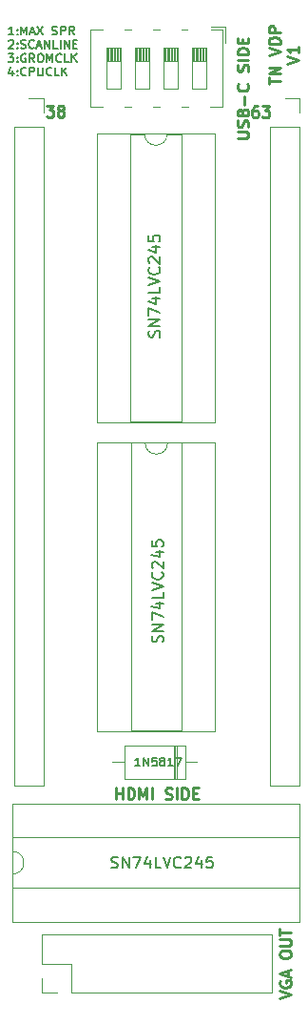
<source format=gbr>
%TF.GenerationSoftware,KiCad,Pcbnew,7.0.1*%
%TF.CreationDate,2023-05-30T14:25:23-07:00*%
%TF.ProjectId,tn_vdp_v1_slim,746e5f76-6470-45f7-9631-5f736c696d2e,rev?*%
%TF.SameCoordinates,Original*%
%TF.FileFunction,Legend,Top*%
%TF.FilePolarity,Positive*%
%FSLAX46Y46*%
G04 Gerber Fmt 4.6, Leading zero omitted, Abs format (unit mm)*
G04 Created by KiCad (PCBNEW 7.0.1) date 2023-05-30 14:25:23*
%MOMM*%
%LPD*%
G01*
G04 APERTURE LIST*
%ADD10C,0.250000*%
%ADD11C,0.187500*%
%ADD12C,0.150000*%
%ADD13C,0.120000*%
G04 APERTURE END LIST*
D10*
X171257619Y-47619047D02*
X171257619Y-47047619D01*
X172257619Y-47333333D02*
X171257619Y-47333333D01*
X172257619Y-46714285D02*
X171257619Y-46714285D01*
X171257619Y-46714285D02*
X172257619Y-46142857D01*
X172257619Y-46142857D02*
X171257619Y-46142857D01*
X171257619Y-45047618D02*
X172257619Y-44714285D01*
X172257619Y-44714285D02*
X171257619Y-44380952D01*
X172257619Y-44047618D02*
X171257619Y-44047618D01*
X171257619Y-44047618D02*
X171257619Y-43809523D01*
X171257619Y-43809523D02*
X171305238Y-43666666D01*
X171305238Y-43666666D02*
X171400476Y-43571428D01*
X171400476Y-43571428D02*
X171495714Y-43523809D01*
X171495714Y-43523809D02*
X171686190Y-43476190D01*
X171686190Y-43476190D02*
X171829047Y-43476190D01*
X171829047Y-43476190D02*
X172019523Y-43523809D01*
X172019523Y-43523809D02*
X172114761Y-43571428D01*
X172114761Y-43571428D02*
X172210000Y-43666666D01*
X172210000Y-43666666D02*
X172257619Y-43809523D01*
X172257619Y-43809523D02*
X172257619Y-44047618D01*
X172257619Y-43047618D02*
X171257619Y-43047618D01*
X171257619Y-43047618D02*
X171257619Y-42666666D01*
X171257619Y-42666666D02*
X171305238Y-42571428D01*
X171305238Y-42571428D02*
X171352857Y-42523809D01*
X171352857Y-42523809D02*
X171448095Y-42476190D01*
X171448095Y-42476190D02*
X171590952Y-42476190D01*
X171590952Y-42476190D02*
X171686190Y-42523809D01*
X171686190Y-42523809D02*
X171733809Y-42571428D01*
X171733809Y-42571428D02*
X171781428Y-42666666D01*
X171781428Y-42666666D02*
X171781428Y-43047618D01*
X172877619Y-45809523D02*
X173877619Y-45476190D01*
X173877619Y-45476190D02*
X172877619Y-45142857D01*
X173877619Y-44285714D02*
X173877619Y-44857142D01*
X173877619Y-44571428D02*
X172877619Y-44571428D01*
X172877619Y-44571428D02*
X173020476Y-44666666D01*
X173020476Y-44666666D02*
X173115714Y-44761904D01*
X173115714Y-44761904D02*
X173163333Y-44857142D01*
D11*
X148526428Y-43253214D02*
X148097857Y-43253214D01*
X148312142Y-43253214D02*
X148312142Y-42503214D01*
X148312142Y-42503214D02*
X148240714Y-42610357D01*
X148240714Y-42610357D02*
X148169285Y-42681785D01*
X148169285Y-42681785D02*
X148097857Y-42717500D01*
X148847857Y-43181785D02*
X148883571Y-43217500D01*
X148883571Y-43217500D02*
X148847857Y-43253214D01*
X148847857Y-43253214D02*
X148812143Y-43217500D01*
X148812143Y-43217500D02*
X148847857Y-43181785D01*
X148847857Y-43181785D02*
X148847857Y-43253214D01*
X148847857Y-42788928D02*
X148883571Y-42824642D01*
X148883571Y-42824642D02*
X148847857Y-42860357D01*
X148847857Y-42860357D02*
X148812143Y-42824642D01*
X148812143Y-42824642D02*
X148847857Y-42788928D01*
X148847857Y-42788928D02*
X148847857Y-42860357D01*
X149205000Y-43253214D02*
X149205000Y-42503214D01*
X149205000Y-42503214D02*
X149455000Y-43038928D01*
X149455000Y-43038928D02*
X149705000Y-42503214D01*
X149705000Y-42503214D02*
X149705000Y-43253214D01*
X150026429Y-43038928D02*
X150383572Y-43038928D01*
X149955000Y-43253214D02*
X150205000Y-42503214D01*
X150205000Y-42503214D02*
X150455000Y-43253214D01*
X150633571Y-42503214D02*
X151133571Y-43253214D01*
X151133571Y-42503214D02*
X150633571Y-43253214D01*
X151955001Y-43217500D02*
X152062144Y-43253214D01*
X152062144Y-43253214D02*
X152240715Y-43253214D01*
X152240715Y-43253214D02*
X152312144Y-43217500D01*
X152312144Y-43217500D02*
X152347858Y-43181785D01*
X152347858Y-43181785D02*
X152383572Y-43110357D01*
X152383572Y-43110357D02*
X152383572Y-43038928D01*
X152383572Y-43038928D02*
X152347858Y-42967500D01*
X152347858Y-42967500D02*
X152312144Y-42931785D01*
X152312144Y-42931785D02*
X152240715Y-42896071D01*
X152240715Y-42896071D02*
X152097858Y-42860357D01*
X152097858Y-42860357D02*
X152026429Y-42824642D01*
X152026429Y-42824642D02*
X151990715Y-42788928D01*
X151990715Y-42788928D02*
X151955001Y-42717500D01*
X151955001Y-42717500D02*
X151955001Y-42646071D01*
X151955001Y-42646071D02*
X151990715Y-42574642D01*
X151990715Y-42574642D02*
X152026429Y-42538928D01*
X152026429Y-42538928D02*
X152097858Y-42503214D01*
X152097858Y-42503214D02*
X152276429Y-42503214D01*
X152276429Y-42503214D02*
X152383572Y-42538928D01*
X152705001Y-43253214D02*
X152705001Y-42503214D01*
X152705001Y-42503214D02*
X152990715Y-42503214D01*
X152990715Y-42503214D02*
X153062144Y-42538928D01*
X153062144Y-42538928D02*
X153097858Y-42574642D01*
X153097858Y-42574642D02*
X153133572Y-42646071D01*
X153133572Y-42646071D02*
X153133572Y-42753214D01*
X153133572Y-42753214D02*
X153097858Y-42824642D01*
X153097858Y-42824642D02*
X153062144Y-42860357D01*
X153062144Y-42860357D02*
X152990715Y-42896071D01*
X152990715Y-42896071D02*
X152705001Y-42896071D01*
X153883572Y-43253214D02*
X153633572Y-42896071D01*
X153455001Y-43253214D02*
X153455001Y-42503214D01*
X153455001Y-42503214D02*
X153740715Y-42503214D01*
X153740715Y-42503214D02*
X153812144Y-42538928D01*
X153812144Y-42538928D02*
X153847858Y-42574642D01*
X153847858Y-42574642D02*
X153883572Y-42646071D01*
X153883572Y-42646071D02*
X153883572Y-42753214D01*
X153883572Y-42753214D02*
X153847858Y-42824642D01*
X153847858Y-42824642D02*
X153812144Y-42860357D01*
X153812144Y-42860357D02*
X153740715Y-42896071D01*
X153740715Y-42896071D02*
X153455001Y-42896071D01*
X148097857Y-43789642D02*
X148133571Y-43753928D01*
X148133571Y-43753928D02*
X148205000Y-43718214D01*
X148205000Y-43718214D02*
X148383571Y-43718214D01*
X148383571Y-43718214D02*
X148455000Y-43753928D01*
X148455000Y-43753928D02*
X148490714Y-43789642D01*
X148490714Y-43789642D02*
X148526428Y-43861071D01*
X148526428Y-43861071D02*
X148526428Y-43932500D01*
X148526428Y-43932500D02*
X148490714Y-44039642D01*
X148490714Y-44039642D02*
X148062142Y-44468214D01*
X148062142Y-44468214D02*
X148526428Y-44468214D01*
X148847857Y-44396785D02*
X148883571Y-44432500D01*
X148883571Y-44432500D02*
X148847857Y-44468214D01*
X148847857Y-44468214D02*
X148812143Y-44432500D01*
X148812143Y-44432500D02*
X148847857Y-44396785D01*
X148847857Y-44396785D02*
X148847857Y-44468214D01*
X148847857Y-44003928D02*
X148883571Y-44039642D01*
X148883571Y-44039642D02*
X148847857Y-44075357D01*
X148847857Y-44075357D02*
X148812143Y-44039642D01*
X148812143Y-44039642D02*
X148847857Y-44003928D01*
X148847857Y-44003928D02*
X148847857Y-44075357D01*
X149169286Y-44432500D02*
X149276429Y-44468214D01*
X149276429Y-44468214D02*
X149455000Y-44468214D01*
X149455000Y-44468214D02*
X149526429Y-44432500D01*
X149526429Y-44432500D02*
X149562143Y-44396785D01*
X149562143Y-44396785D02*
X149597857Y-44325357D01*
X149597857Y-44325357D02*
X149597857Y-44253928D01*
X149597857Y-44253928D02*
X149562143Y-44182500D01*
X149562143Y-44182500D02*
X149526429Y-44146785D01*
X149526429Y-44146785D02*
X149455000Y-44111071D01*
X149455000Y-44111071D02*
X149312143Y-44075357D01*
X149312143Y-44075357D02*
X149240714Y-44039642D01*
X149240714Y-44039642D02*
X149205000Y-44003928D01*
X149205000Y-44003928D02*
X149169286Y-43932500D01*
X149169286Y-43932500D02*
X149169286Y-43861071D01*
X149169286Y-43861071D02*
X149205000Y-43789642D01*
X149205000Y-43789642D02*
X149240714Y-43753928D01*
X149240714Y-43753928D02*
X149312143Y-43718214D01*
X149312143Y-43718214D02*
X149490714Y-43718214D01*
X149490714Y-43718214D02*
X149597857Y-43753928D01*
X150347857Y-44396785D02*
X150312143Y-44432500D01*
X150312143Y-44432500D02*
X150205000Y-44468214D01*
X150205000Y-44468214D02*
X150133572Y-44468214D01*
X150133572Y-44468214D02*
X150026429Y-44432500D01*
X150026429Y-44432500D02*
X149955000Y-44361071D01*
X149955000Y-44361071D02*
X149919286Y-44289642D01*
X149919286Y-44289642D02*
X149883572Y-44146785D01*
X149883572Y-44146785D02*
X149883572Y-44039642D01*
X149883572Y-44039642D02*
X149919286Y-43896785D01*
X149919286Y-43896785D02*
X149955000Y-43825357D01*
X149955000Y-43825357D02*
X150026429Y-43753928D01*
X150026429Y-43753928D02*
X150133572Y-43718214D01*
X150133572Y-43718214D02*
X150205000Y-43718214D01*
X150205000Y-43718214D02*
X150312143Y-43753928D01*
X150312143Y-43753928D02*
X150347857Y-43789642D01*
X150633572Y-44253928D02*
X150990715Y-44253928D01*
X150562143Y-44468214D02*
X150812143Y-43718214D01*
X150812143Y-43718214D02*
X151062143Y-44468214D01*
X151312143Y-44468214D02*
X151312143Y-43718214D01*
X151312143Y-43718214D02*
X151740714Y-44468214D01*
X151740714Y-44468214D02*
X151740714Y-43718214D01*
X152455000Y-44468214D02*
X152097857Y-44468214D01*
X152097857Y-44468214D02*
X152097857Y-43718214D01*
X152705000Y-44468214D02*
X152705000Y-43718214D01*
X153062143Y-44468214D02*
X153062143Y-43718214D01*
X153062143Y-43718214D02*
X153490714Y-44468214D01*
X153490714Y-44468214D02*
X153490714Y-43718214D01*
X153847857Y-44075357D02*
X154097857Y-44075357D01*
X154205000Y-44468214D02*
X153847857Y-44468214D01*
X153847857Y-44468214D02*
X153847857Y-43718214D01*
X153847857Y-43718214D02*
X154205000Y-43718214D01*
X148062142Y-44933214D02*
X148526428Y-44933214D01*
X148526428Y-44933214D02*
X148276428Y-45218928D01*
X148276428Y-45218928D02*
X148383571Y-45218928D01*
X148383571Y-45218928D02*
X148455000Y-45254642D01*
X148455000Y-45254642D02*
X148490714Y-45290357D01*
X148490714Y-45290357D02*
X148526428Y-45361785D01*
X148526428Y-45361785D02*
X148526428Y-45540357D01*
X148526428Y-45540357D02*
X148490714Y-45611785D01*
X148490714Y-45611785D02*
X148455000Y-45647500D01*
X148455000Y-45647500D02*
X148383571Y-45683214D01*
X148383571Y-45683214D02*
X148169285Y-45683214D01*
X148169285Y-45683214D02*
X148097857Y-45647500D01*
X148097857Y-45647500D02*
X148062142Y-45611785D01*
X148847857Y-45611785D02*
X148883571Y-45647500D01*
X148883571Y-45647500D02*
X148847857Y-45683214D01*
X148847857Y-45683214D02*
X148812143Y-45647500D01*
X148812143Y-45647500D02*
X148847857Y-45611785D01*
X148847857Y-45611785D02*
X148847857Y-45683214D01*
X148847857Y-45218928D02*
X148883571Y-45254642D01*
X148883571Y-45254642D02*
X148847857Y-45290357D01*
X148847857Y-45290357D02*
X148812143Y-45254642D01*
X148812143Y-45254642D02*
X148847857Y-45218928D01*
X148847857Y-45218928D02*
X148847857Y-45290357D01*
X149597857Y-44968928D02*
X149526429Y-44933214D01*
X149526429Y-44933214D02*
X149419286Y-44933214D01*
X149419286Y-44933214D02*
X149312143Y-44968928D01*
X149312143Y-44968928D02*
X149240714Y-45040357D01*
X149240714Y-45040357D02*
X149205000Y-45111785D01*
X149205000Y-45111785D02*
X149169286Y-45254642D01*
X149169286Y-45254642D02*
X149169286Y-45361785D01*
X149169286Y-45361785D02*
X149205000Y-45504642D01*
X149205000Y-45504642D02*
X149240714Y-45576071D01*
X149240714Y-45576071D02*
X149312143Y-45647500D01*
X149312143Y-45647500D02*
X149419286Y-45683214D01*
X149419286Y-45683214D02*
X149490714Y-45683214D01*
X149490714Y-45683214D02*
X149597857Y-45647500D01*
X149597857Y-45647500D02*
X149633571Y-45611785D01*
X149633571Y-45611785D02*
X149633571Y-45361785D01*
X149633571Y-45361785D02*
X149490714Y-45361785D01*
X150383571Y-45683214D02*
X150133571Y-45326071D01*
X149955000Y-45683214D02*
X149955000Y-44933214D01*
X149955000Y-44933214D02*
X150240714Y-44933214D01*
X150240714Y-44933214D02*
X150312143Y-44968928D01*
X150312143Y-44968928D02*
X150347857Y-45004642D01*
X150347857Y-45004642D02*
X150383571Y-45076071D01*
X150383571Y-45076071D02*
X150383571Y-45183214D01*
X150383571Y-45183214D02*
X150347857Y-45254642D01*
X150347857Y-45254642D02*
X150312143Y-45290357D01*
X150312143Y-45290357D02*
X150240714Y-45326071D01*
X150240714Y-45326071D02*
X149955000Y-45326071D01*
X150847857Y-44933214D02*
X150990714Y-44933214D01*
X150990714Y-44933214D02*
X151062143Y-44968928D01*
X151062143Y-44968928D02*
X151133571Y-45040357D01*
X151133571Y-45040357D02*
X151169286Y-45183214D01*
X151169286Y-45183214D02*
X151169286Y-45433214D01*
X151169286Y-45433214D02*
X151133571Y-45576071D01*
X151133571Y-45576071D02*
X151062143Y-45647500D01*
X151062143Y-45647500D02*
X150990714Y-45683214D01*
X150990714Y-45683214D02*
X150847857Y-45683214D01*
X150847857Y-45683214D02*
X150776429Y-45647500D01*
X150776429Y-45647500D02*
X150705000Y-45576071D01*
X150705000Y-45576071D02*
X150669286Y-45433214D01*
X150669286Y-45433214D02*
X150669286Y-45183214D01*
X150669286Y-45183214D02*
X150705000Y-45040357D01*
X150705000Y-45040357D02*
X150776429Y-44968928D01*
X150776429Y-44968928D02*
X150847857Y-44933214D01*
X151490714Y-45683214D02*
X151490714Y-44933214D01*
X151490714Y-44933214D02*
X151740714Y-45468928D01*
X151740714Y-45468928D02*
X151990714Y-44933214D01*
X151990714Y-44933214D02*
X151990714Y-45683214D01*
X152776428Y-45611785D02*
X152740714Y-45647500D01*
X152740714Y-45647500D02*
X152633571Y-45683214D01*
X152633571Y-45683214D02*
X152562143Y-45683214D01*
X152562143Y-45683214D02*
X152455000Y-45647500D01*
X152455000Y-45647500D02*
X152383571Y-45576071D01*
X152383571Y-45576071D02*
X152347857Y-45504642D01*
X152347857Y-45504642D02*
X152312143Y-45361785D01*
X152312143Y-45361785D02*
X152312143Y-45254642D01*
X152312143Y-45254642D02*
X152347857Y-45111785D01*
X152347857Y-45111785D02*
X152383571Y-45040357D01*
X152383571Y-45040357D02*
X152455000Y-44968928D01*
X152455000Y-44968928D02*
X152562143Y-44933214D01*
X152562143Y-44933214D02*
X152633571Y-44933214D01*
X152633571Y-44933214D02*
X152740714Y-44968928D01*
X152740714Y-44968928D02*
X152776428Y-45004642D01*
X153455000Y-45683214D02*
X153097857Y-45683214D01*
X153097857Y-45683214D02*
X153097857Y-44933214D01*
X153705000Y-45683214D02*
X153705000Y-44933214D01*
X154133571Y-45683214D02*
X153812143Y-45254642D01*
X154133571Y-44933214D02*
X153705000Y-45361785D01*
X148455000Y-46398214D02*
X148455000Y-46898214D01*
X148276428Y-46112500D02*
X148097857Y-46648214D01*
X148097857Y-46648214D02*
X148562142Y-46648214D01*
X148847857Y-46826785D02*
X148883571Y-46862500D01*
X148883571Y-46862500D02*
X148847857Y-46898214D01*
X148847857Y-46898214D02*
X148812143Y-46862500D01*
X148812143Y-46862500D02*
X148847857Y-46826785D01*
X148847857Y-46826785D02*
X148847857Y-46898214D01*
X148847857Y-46433928D02*
X148883571Y-46469642D01*
X148883571Y-46469642D02*
X148847857Y-46505357D01*
X148847857Y-46505357D02*
X148812143Y-46469642D01*
X148812143Y-46469642D02*
X148847857Y-46433928D01*
X148847857Y-46433928D02*
X148847857Y-46505357D01*
X149633571Y-46826785D02*
X149597857Y-46862500D01*
X149597857Y-46862500D02*
X149490714Y-46898214D01*
X149490714Y-46898214D02*
X149419286Y-46898214D01*
X149419286Y-46898214D02*
X149312143Y-46862500D01*
X149312143Y-46862500D02*
X149240714Y-46791071D01*
X149240714Y-46791071D02*
X149205000Y-46719642D01*
X149205000Y-46719642D02*
X149169286Y-46576785D01*
X149169286Y-46576785D02*
X149169286Y-46469642D01*
X149169286Y-46469642D02*
X149205000Y-46326785D01*
X149205000Y-46326785D02*
X149240714Y-46255357D01*
X149240714Y-46255357D02*
X149312143Y-46183928D01*
X149312143Y-46183928D02*
X149419286Y-46148214D01*
X149419286Y-46148214D02*
X149490714Y-46148214D01*
X149490714Y-46148214D02*
X149597857Y-46183928D01*
X149597857Y-46183928D02*
X149633571Y-46219642D01*
X149955000Y-46898214D02*
X149955000Y-46148214D01*
X149955000Y-46148214D02*
X150240714Y-46148214D01*
X150240714Y-46148214D02*
X150312143Y-46183928D01*
X150312143Y-46183928D02*
X150347857Y-46219642D01*
X150347857Y-46219642D02*
X150383571Y-46291071D01*
X150383571Y-46291071D02*
X150383571Y-46398214D01*
X150383571Y-46398214D02*
X150347857Y-46469642D01*
X150347857Y-46469642D02*
X150312143Y-46505357D01*
X150312143Y-46505357D02*
X150240714Y-46541071D01*
X150240714Y-46541071D02*
X149955000Y-46541071D01*
X150705000Y-46148214D02*
X150705000Y-46755357D01*
X150705000Y-46755357D02*
X150740714Y-46826785D01*
X150740714Y-46826785D02*
X150776429Y-46862500D01*
X150776429Y-46862500D02*
X150847857Y-46898214D01*
X150847857Y-46898214D02*
X150990714Y-46898214D01*
X150990714Y-46898214D02*
X151062143Y-46862500D01*
X151062143Y-46862500D02*
X151097857Y-46826785D01*
X151097857Y-46826785D02*
X151133571Y-46755357D01*
X151133571Y-46755357D02*
X151133571Y-46148214D01*
X151919285Y-46826785D02*
X151883571Y-46862500D01*
X151883571Y-46862500D02*
X151776428Y-46898214D01*
X151776428Y-46898214D02*
X151705000Y-46898214D01*
X151705000Y-46898214D02*
X151597857Y-46862500D01*
X151597857Y-46862500D02*
X151526428Y-46791071D01*
X151526428Y-46791071D02*
X151490714Y-46719642D01*
X151490714Y-46719642D02*
X151455000Y-46576785D01*
X151455000Y-46576785D02*
X151455000Y-46469642D01*
X151455000Y-46469642D02*
X151490714Y-46326785D01*
X151490714Y-46326785D02*
X151526428Y-46255357D01*
X151526428Y-46255357D02*
X151597857Y-46183928D01*
X151597857Y-46183928D02*
X151705000Y-46148214D01*
X151705000Y-46148214D02*
X151776428Y-46148214D01*
X151776428Y-46148214D02*
X151883571Y-46183928D01*
X151883571Y-46183928D02*
X151919285Y-46219642D01*
X152597857Y-46898214D02*
X152240714Y-46898214D01*
X152240714Y-46898214D02*
X152240714Y-46148214D01*
X152847857Y-46898214D02*
X152847857Y-46148214D01*
X153276428Y-46898214D02*
X152955000Y-46469642D01*
X153276428Y-46148214D02*
X152847857Y-46576785D01*
D10*
X168448019Y-52441504D02*
X169257542Y-52441504D01*
X169257542Y-52441504D02*
X169352780Y-52393885D01*
X169352780Y-52393885D02*
X169400400Y-52346266D01*
X169400400Y-52346266D02*
X169448019Y-52251028D01*
X169448019Y-52251028D02*
X169448019Y-52060552D01*
X169448019Y-52060552D02*
X169400400Y-51965314D01*
X169400400Y-51965314D02*
X169352780Y-51917695D01*
X169352780Y-51917695D02*
X169257542Y-51870076D01*
X169257542Y-51870076D02*
X168448019Y-51870076D01*
X169400400Y-51441504D02*
X169448019Y-51298647D01*
X169448019Y-51298647D02*
X169448019Y-51060552D01*
X169448019Y-51060552D02*
X169400400Y-50965314D01*
X169400400Y-50965314D02*
X169352780Y-50917695D01*
X169352780Y-50917695D02*
X169257542Y-50870076D01*
X169257542Y-50870076D02*
X169162304Y-50870076D01*
X169162304Y-50870076D02*
X169067066Y-50917695D01*
X169067066Y-50917695D02*
X169019447Y-50965314D01*
X169019447Y-50965314D02*
X168971828Y-51060552D01*
X168971828Y-51060552D02*
X168924209Y-51251028D01*
X168924209Y-51251028D02*
X168876590Y-51346266D01*
X168876590Y-51346266D02*
X168828971Y-51393885D01*
X168828971Y-51393885D02*
X168733733Y-51441504D01*
X168733733Y-51441504D02*
X168638495Y-51441504D01*
X168638495Y-51441504D02*
X168543257Y-51393885D01*
X168543257Y-51393885D02*
X168495638Y-51346266D01*
X168495638Y-51346266D02*
X168448019Y-51251028D01*
X168448019Y-51251028D02*
X168448019Y-51012933D01*
X168448019Y-51012933D02*
X168495638Y-50870076D01*
X168924209Y-50108171D02*
X168971828Y-49965314D01*
X168971828Y-49965314D02*
X169019447Y-49917695D01*
X169019447Y-49917695D02*
X169114685Y-49870076D01*
X169114685Y-49870076D02*
X169257542Y-49870076D01*
X169257542Y-49870076D02*
X169352780Y-49917695D01*
X169352780Y-49917695D02*
X169400400Y-49965314D01*
X169400400Y-49965314D02*
X169448019Y-50060552D01*
X169448019Y-50060552D02*
X169448019Y-50441504D01*
X169448019Y-50441504D02*
X168448019Y-50441504D01*
X168448019Y-50441504D02*
X168448019Y-50108171D01*
X168448019Y-50108171D02*
X168495638Y-50012933D01*
X168495638Y-50012933D02*
X168543257Y-49965314D01*
X168543257Y-49965314D02*
X168638495Y-49917695D01*
X168638495Y-49917695D02*
X168733733Y-49917695D01*
X168733733Y-49917695D02*
X168828971Y-49965314D01*
X168828971Y-49965314D02*
X168876590Y-50012933D01*
X168876590Y-50012933D02*
X168924209Y-50108171D01*
X168924209Y-50108171D02*
X168924209Y-50441504D01*
X169067066Y-49441504D02*
X169067066Y-48679600D01*
X169352780Y-47631981D02*
X169400400Y-47679600D01*
X169400400Y-47679600D02*
X169448019Y-47822457D01*
X169448019Y-47822457D02*
X169448019Y-47917695D01*
X169448019Y-47917695D02*
X169400400Y-48060552D01*
X169400400Y-48060552D02*
X169305161Y-48155790D01*
X169305161Y-48155790D02*
X169209923Y-48203409D01*
X169209923Y-48203409D02*
X169019447Y-48251028D01*
X169019447Y-48251028D02*
X168876590Y-48251028D01*
X168876590Y-48251028D02*
X168686114Y-48203409D01*
X168686114Y-48203409D02*
X168590876Y-48155790D01*
X168590876Y-48155790D02*
X168495638Y-48060552D01*
X168495638Y-48060552D02*
X168448019Y-47917695D01*
X168448019Y-47917695D02*
X168448019Y-47822457D01*
X168448019Y-47822457D02*
X168495638Y-47679600D01*
X168495638Y-47679600D02*
X168543257Y-47631981D01*
X169400400Y-46489123D02*
X169448019Y-46346266D01*
X169448019Y-46346266D02*
X169448019Y-46108171D01*
X169448019Y-46108171D02*
X169400400Y-46012933D01*
X169400400Y-46012933D02*
X169352780Y-45965314D01*
X169352780Y-45965314D02*
X169257542Y-45917695D01*
X169257542Y-45917695D02*
X169162304Y-45917695D01*
X169162304Y-45917695D02*
X169067066Y-45965314D01*
X169067066Y-45965314D02*
X169019447Y-46012933D01*
X169019447Y-46012933D02*
X168971828Y-46108171D01*
X168971828Y-46108171D02*
X168924209Y-46298647D01*
X168924209Y-46298647D02*
X168876590Y-46393885D01*
X168876590Y-46393885D02*
X168828971Y-46441504D01*
X168828971Y-46441504D02*
X168733733Y-46489123D01*
X168733733Y-46489123D02*
X168638495Y-46489123D01*
X168638495Y-46489123D02*
X168543257Y-46441504D01*
X168543257Y-46441504D02*
X168495638Y-46393885D01*
X168495638Y-46393885D02*
X168448019Y-46298647D01*
X168448019Y-46298647D02*
X168448019Y-46060552D01*
X168448019Y-46060552D02*
X168495638Y-45917695D01*
X169448019Y-45489123D02*
X168448019Y-45489123D01*
X169448019Y-45012933D02*
X168448019Y-45012933D01*
X168448019Y-45012933D02*
X168448019Y-44774838D01*
X168448019Y-44774838D02*
X168495638Y-44631981D01*
X168495638Y-44631981D02*
X168590876Y-44536743D01*
X168590876Y-44536743D02*
X168686114Y-44489124D01*
X168686114Y-44489124D02*
X168876590Y-44441505D01*
X168876590Y-44441505D02*
X169019447Y-44441505D01*
X169019447Y-44441505D02*
X169209923Y-44489124D01*
X169209923Y-44489124D02*
X169305161Y-44536743D01*
X169305161Y-44536743D02*
X169400400Y-44631981D01*
X169400400Y-44631981D02*
X169448019Y-44774838D01*
X169448019Y-44774838D02*
X169448019Y-45012933D01*
X168924209Y-44012933D02*
X168924209Y-43679600D01*
X169448019Y-43536743D02*
X169448019Y-44012933D01*
X169448019Y-44012933D02*
X168448019Y-44012933D01*
X168448019Y-44012933D02*
X168448019Y-43536743D01*
X172232619Y-128809761D02*
X173232619Y-128476428D01*
X173232619Y-128476428D02*
X172232619Y-128143095D01*
X172280238Y-127285952D02*
X172232619Y-127381190D01*
X172232619Y-127381190D02*
X172232619Y-127524047D01*
X172232619Y-127524047D02*
X172280238Y-127666904D01*
X172280238Y-127666904D02*
X172375476Y-127762142D01*
X172375476Y-127762142D02*
X172470714Y-127809761D01*
X172470714Y-127809761D02*
X172661190Y-127857380D01*
X172661190Y-127857380D02*
X172804047Y-127857380D01*
X172804047Y-127857380D02*
X172994523Y-127809761D01*
X172994523Y-127809761D02*
X173089761Y-127762142D01*
X173089761Y-127762142D02*
X173185000Y-127666904D01*
X173185000Y-127666904D02*
X173232619Y-127524047D01*
X173232619Y-127524047D02*
X173232619Y-127428809D01*
X173232619Y-127428809D02*
X173185000Y-127285952D01*
X173185000Y-127285952D02*
X173137380Y-127238333D01*
X173137380Y-127238333D02*
X172804047Y-127238333D01*
X172804047Y-127238333D02*
X172804047Y-127428809D01*
X172946904Y-126857380D02*
X172946904Y-126381190D01*
X173232619Y-126952618D02*
X172232619Y-126619285D01*
X172232619Y-126619285D02*
X173232619Y-126285952D01*
X172232619Y-125000237D02*
X172232619Y-124809761D01*
X172232619Y-124809761D02*
X172280238Y-124714523D01*
X172280238Y-124714523D02*
X172375476Y-124619285D01*
X172375476Y-124619285D02*
X172565952Y-124571666D01*
X172565952Y-124571666D02*
X172899285Y-124571666D01*
X172899285Y-124571666D02*
X173089761Y-124619285D01*
X173089761Y-124619285D02*
X173185000Y-124714523D01*
X173185000Y-124714523D02*
X173232619Y-124809761D01*
X173232619Y-124809761D02*
X173232619Y-125000237D01*
X173232619Y-125000237D02*
X173185000Y-125095475D01*
X173185000Y-125095475D02*
X173089761Y-125190713D01*
X173089761Y-125190713D02*
X172899285Y-125238332D01*
X172899285Y-125238332D02*
X172565952Y-125238332D01*
X172565952Y-125238332D02*
X172375476Y-125190713D01*
X172375476Y-125190713D02*
X172280238Y-125095475D01*
X172280238Y-125095475D02*
X172232619Y-125000237D01*
X172232619Y-124143094D02*
X173042142Y-124143094D01*
X173042142Y-124143094D02*
X173137380Y-124095475D01*
X173137380Y-124095475D02*
X173185000Y-124047856D01*
X173185000Y-124047856D02*
X173232619Y-123952618D01*
X173232619Y-123952618D02*
X173232619Y-123762142D01*
X173232619Y-123762142D02*
X173185000Y-123666904D01*
X173185000Y-123666904D02*
X173137380Y-123619285D01*
X173137380Y-123619285D02*
X173042142Y-123571666D01*
X173042142Y-123571666D02*
X172232619Y-123571666D01*
X172232619Y-123238332D02*
X172232619Y-122666904D01*
X173232619Y-122952618D02*
X172232619Y-122952618D01*
X157667295Y-111129619D02*
X157667295Y-110129619D01*
X157667295Y-110605809D02*
X158238723Y-110605809D01*
X158238723Y-111129619D02*
X158238723Y-110129619D01*
X158714914Y-111129619D02*
X158714914Y-110129619D01*
X158714914Y-110129619D02*
X158953009Y-110129619D01*
X158953009Y-110129619D02*
X159095866Y-110177238D01*
X159095866Y-110177238D02*
X159191104Y-110272476D01*
X159191104Y-110272476D02*
X159238723Y-110367714D01*
X159238723Y-110367714D02*
X159286342Y-110558190D01*
X159286342Y-110558190D02*
X159286342Y-110701047D01*
X159286342Y-110701047D02*
X159238723Y-110891523D01*
X159238723Y-110891523D02*
X159191104Y-110986761D01*
X159191104Y-110986761D02*
X159095866Y-111082000D01*
X159095866Y-111082000D02*
X158953009Y-111129619D01*
X158953009Y-111129619D02*
X158714914Y-111129619D01*
X159714914Y-111129619D02*
X159714914Y-110129619D01*
X159714914Y-110129619D02*
X160048247Y-110843904D01*
X160048247Y-110843904D02*
X160381580Y-110129619D01*
X160381580Y-110129619D02*
X160381580Y-111129619D01*
X160857771Y-111129619D02*
X160857771Y-110129619D01*
X162048247Y-111082000D02*
X162191104Y-111129619D01*
X162191104Y-111129619D02*
X162429199Y-111129619D01*
X162429199Y-111129619D02*
X162524437Y-111082000D01*
X162524437Y-111082000D02*
X162572056Y-111034380D01*
X162572056Y-111034380D02*
X162619675Y-110939142D01*
X162619675Y-110939142D02*
X162619675Y-110843904D01*
X162619675Y-110843904D02*
X162572056Y-110748666D01*
X162572056Y-110748666D02*
X162524437Y-110701047D01*
X162524437Y-110701047D02*
X162429199Y-110653428D01*
X162429199Y-110653428D02*
X162238723Y-110605809D01*
X162238723Y-110605809D02*
X162143485Y-110558190D01*
X162143485Y-110558190D02*
X162095866Y-110510571D01*
X162095866Y-110510571D02*
X162048247Y-110415333D01*
X162048247Y-110415333D02*
X162048247Y-110320095D01*
X162048247Y-110320095D02*
X162095866Y-110224857D01*
X162095866Y-110224857D02*
X162143485Y-110177238D01*
X162143485Y-110177238D02*
X162238723Y-110129619D01*
X162238723Y-110129619D02*
X162476818Y-110129619D01*
X162476818Y-110129619D02*
X162619675Y-110177238D01*
X163048247Y-111129619D02*
X163048247Y-110129619D01*
X163524437Y-111129619D02*
X163524437Y-110129619D01*
X163524437Y-110129619D02*
X163762532Y-110129619D01*
X163762532Y-110129619D02*
X163905389Y-110177238D01*
X163905389Y-110177238D02*
X164000627Y-110272476D01*
X164000627Y-110272476D02*
X164048246Y-110367714D01*
X164048246Y-110367714D02*
X164095865Y-110558190D01*
X164095865Y-110558190D02*
X164095865Y-110701047D01*
X164095865Y-110701047D02*
X164048246Y-110891523D01*
X164048246Y-110891523D02*
X164000627Y-110986761D01*
X164000627Y-110986761D02*
X163905389Y-111082000D01*
X163905389Y-111082000D02*
X163762532Y-111129619D01*
X163762532Y-111129619D02*
X163524437Y-111129619D01*
X164524437Y-110605809D02*
X164857770Y-110605809D01*
X165000627Y-111129619D02*
X164524437Y-111129619D01*
X164524437Y-111129619D02*
X164524437Y-110129619D01*
X164524437Y-110129619D02*
X165000627Y-110129619D01*
X151450657Y-49550619D02*
X152069704Y-49550619D01*
X152069704Y-49550619D02*
X151736371Y-49931571D01*
X151736371Y-49931571D02*
X151879228Y-49931571D01*
X151879228Y-49931571D02*
X151974466Y-49979190D01*
X151974466Y-49979190D02*
X152022085Y-50026809D01*
X152022085Y-50026809D02*
X152069704Y-50122047D01*
X152069704Y-50122047D02*
X152069704Y-50360142D01*
X152069704Y-50360142D02*
X152022085Y-50455380D01*
X152022085Y-50455380D02*
X151974466Y-50503000D01*
X151974466Y-50503000D02*
X151879228Y-50550619D01*
X151879228Y-50550619D02*
X151593514Y-50550619D01*
X151593514Y-50550619D02*
X151498276Y-50503000D01*
X151498276Y-50503000D02*
X151450657Y-50455380D01*
X152641133Y-49979190D02*
X152545895Y-49931571D01*
X152545895Y-49931571D02*
X152498276Y-49883952D01*
X152498276Y-49883952D02*
X152450657Y-49788714D01*
X152450657Y-49788714D02*
X152450657Y-49741095D01*
X152450657Y-49741095D02*
X152498276Y-49645857D01*
X152498276Y-49645857D02*
X152545895Y-49598238D01*
X152545895Y-49598238D02*
X152641133Y-49550619D01*
X152641133Y-49550619D02*
X152831609Y-49550619D01*
X152831609Y-49550619D02*
X152926847Y-49598238D01*
X152926847Y-49598238D02*
X152974466Y-49645857D01*
X152974466Y-49645857D02*
X153022085Y-49741095D01*
X153022085Y-49741095D02*
X153022085Y-49788714D01*
X153022085Y-49788714D02*
X152974466Y-49883952D01*
X152974466Y-49883952D02*
X152926847Y-49931571D01*
X152926847Y-49931571D02*
X152831609Y-49979190D01*
X152831609Y-49979190D02*
X152641133Y-49979190D01*
X152641133Y-49979190D02*
X152545895Y-50026809D01*
X152545895Y-50026809D02*
X152498276Y-50074428D01*
X152498276Y-50074428D02*
X152450657Y-50169666D01*
X152450657Y-50169666D02*
X152450657Y-50360142D01*
X152450657Y-50360142D02*
X152498276Y-50455380D01*
X152498276Y-50455380D02*
X152545895Y-50503000D01*
X152545895Y-50503000D02*
X152641133Y-50550619D01*
X152641133Y-50550619D02*
X152831609Y-50550619D01*
X152831609Y-50550619D02*
X152926847Y-50503000D01*
X152926847Y-50503000D02*
X152974466Y-50455380D01*
X152974466Y-50455380D02*
X153022085Y-50360142D01*
X153022085Y-50360142D02*
X153022085Y-50169666D01*
X153022085Y-50169666D02*
X152974466Y-50074428D01*
X152974466Y-50074428D02*
X152926847Y-50026809D01*
X152926847Y-50026809D02*
X152831609Y-49979190D01*
X170237066Y-49601419D02*
X170046590Y-49601419D01*
X170046590Y-49601419D02*
X169951352Y-49649038D01*
X169951352Y-49649038D02*
X169903733Y-49696657D01*
X169903733Y-49696657D02*
X169808495Y-49839514D01*
X169808495Y-49839514D02*
X169760876Y-50029990D01*
X169760876Y-50029990D02*
X169760876Y-50410942D01*
X169760876Y-50410942D02*
X169808495Y-50506180D01*
X169808495Y-50506180D02*
X169856114Y-50553800D01*
X169856114Y-50553800D02*
X169951352Y-50601419D01*
X169951352Y-50601419D02*
X170141828Y-50601419D01*
X170141828Y-50601419D02*
X170237066Y-50553800D01*
X170237066Y-50553800D02*
X170284685Y-50506180D01*
X170284685Y-50506180D02*
X170332304Y-50410942D01*
X170332304Y-50410942D02*
X170332304Y-50172847D01*
X170332304Y-50172847D02*
X170284685Y-50077609D01*
X170284685Y-50077609D02*
X170237066Y-50029990D01*
X170237066Y-50029990D02*
X170141828Y-49982371D01*
X170141828Y-49982371D02*
X169951352Y-49982371D01*
X169951352Y-49982371D02*
X169856114Y-50029990D01*
X169856114Y-50029990D02*
X169808495Y-50077609D01*
X169808495Y-50077609D02*
X169760876Y-50172847D01*
X170665638Y-49601419D02*
X171284685Y-49601419D01*
X171284685Y-49601419D02*
X170951352Y-49982371D01*
X170951352Y-49982371D02*
X171094209Y-49982371D01*
X171094209Y-49982371D02*
X171189447Y-50029990D01*
X171189447Y-50029990D02*
X171237066Y-50077609D01*
X171237066Y-50077609D02*
X171284685Y-50172847D01*
X171284685Y-50172847D02*
X171284685Y-50410942D01*
X171284685Y-50410942D02*
X171237066Y-50506180D01*
X171237066Y-50506180D02*
X171189447Y-50553800D01*
X171189447Y-50553800D02*
X171094209Y-50601419D01*
X171094209Y-50601419D02*
X170808495Y-50601419D01*
X170808495Y-50601419D02*
X170713257Y-50553800D01*
X170713257Y-50553800D02*
X170665638Y-50506180D01*
D12*
%TO.C,U3*%
X161501800Y-70106609D02*
X161549419Y-69963752D01*
X161549419Y-69963752D02*
X161549419Y-69725657D01*
X161549419Y-69725657D02*
X161501800Y-69630419D01*
X161501800Y-69630419D02*
X161454180Y-69582800D01*
X161454180Y-69582800D02*
X161358942Y-69535181D01*
X161358942Y-69535181D02*
X161263704Y-69535181D01*
X161263704Y-69535181D02*
X161168466Y-69582800D01*
X161168466Y-69582800D02*
X161120847Y-69630419D01*
X161120847Y-69630419D02*
X161073228Y-69725657D01*
X161073228Y-69725657D02*
X161025609Y-69916133D01*
X161025609Y-69916133D02*
X160977990Y-70011371D01*
X160977990Y-70011371D02*
X160930371Y-70058990D01*
X160930371Y-70058990D02*
X160835133Y-70106609D01*
X160835133Y-70106609D02*
X160739895Y-70106609D01*
X160739895Y-70106609D02*
X160644657Y-70058990D01*
X160644657Y-70058990D02*
X160597038Y-70011371D01*
X160597038Y-70011371D02*
X160549419Y-69916133D01*
X160549419Y-69916133D02*
X160549419Y-69678038D01*
X160549419Y-69678038D02*
X160597038Y-69535181D01*
X161549419Y-69106609D02*
X160549419Y-69106609D01*
X160549419Y-69106609D02*
X161549419Y-68535181D01*
X161549419Y-68535181D02*
X160549419Y-68535181D01*
X160549419Y-68154228D02*
X160549419Y-67487562D01*
X160549419Y-67487562D02*
X161549419Y-67916133D01*
X160882752Y-66678038D02*
X161549419Y-66678038D01*
X160501800Y-66916133D02*
X161216085Y-67154228D01*
X161216085Y-67154228D02*
X161216085Y-66535181D01*
X161549419Y-65678038D02*
X161549419Y-66154228D01*
X161549419Y-66154228D02*
X160549419Y-66154228D01*
X160549419Y-65487561D02*
X161549419Y-65154228D01*
X161549419Y-65154228D02*
X160549419Y-64820895D01*
X161454180Y-63916133D02*
X161501800Y-63963752D01*
X161501800Y-63963752D02*
X161549419Y-64106609D01*
X161549419Y-64106609D02*
X161549419Y-64201847D01*
X161549419Y-64201847D02*
X161501800Y-64344704D01*
X161501800Y-64344704D02*
X161406561Y-64439942D01*
X161406561Y-64439942D02*
X161311323Y-64487561D01*
X161311323Y-64487561D02*
X161120847Y-64535180D01*
X161120847Y-64535180D02*
X160977990Y-64535180D01*
X160977990Y-64535180D02*
X160787514Y-64487561D01*
X160787514Y-64487561D02*
X160692276Y-64439942D01*
X160692276Y-64439942D02*
X160597038Y-64344704D01*
X160597038Y-64344704D02*
X160549419Y-64201847D01*
X160549419Y-64201847D02*
X160549419Y-64106609D01*
X160549419Y-64106609D02*
X160597038Y-63963752D01*
X160597038Y-63963752D02*
X160644657Y-63916133D01*
X160644657Y-63535180D02*
X160597038Y-63487561D01*
X160597038Y-63487561D02*
X160549419Y-63392323D01*
X160549419Y-63392323D02*
X160549419Y-63154228D01*
X160549419Y-63154228D02*
X160597038Y-63058990D01*
X160597038Y-63058990D02*
X160644657Y-63011371D01*
X160644657Y-63011371D02*
X160739895Y-62963752D01*
X160739895Y-62963752D02*
X160835133Y-62963752D01*
X160835133Y-62963752D02*
X160977990Y-63011371D01*
X160977990Y-63011371D02*
X161549419Y-63582799D01*
X161549419Y-63582799D02*
X161549419Y-62963752D01*
X160882752Y-62106609D02*
X161549419Y-62106609D01*
X160501800Y-62344704D02*
X161216085Y-62582799D01*
X161216085Y-62582799D02*
X161216085Y-61963752D01*
X160549419Y-61106609D02*
X160549419Y-61582799D01*
X160549419Y-61582799D02*
X161025609Y-61630418D01*
X161025609Y-61630418D02*
X160977990Y-61582799D01*
X160977990Y-61582799D02*
X160930371Y-61487561D01*
X160930371Y-61487561D02*
X160930371Y-61249466D01*
X160930371Y-61249466D02*
X160977990Y-61154228D01*
X160977990Y-61154228D02*
X161025609Y-61106609D01*
X161025609Y-61106609D02*
X161120847Y-61058990D01*
X161120847Y-61058990D02*
X161358942Y-61058990D01*
X161358942Y-61058990D02*
X161454180Y-61106609D01*
X161454180Y-61106609D02*
X161501800Y-61154228D01*
X161501800Y-61154228D02*
X161549419Y-61249466D01*
X161549419Y-61249466D02*
X161549419Y-61487561D01*
X161549419Y-61487561D02*
X161501800Y-61582799D01*
X161501800Y-61582799D02*
X161454180Y-61630418D01*
%TO.C,D1*%
X159784456Y-108195364D02*
X159355885Y-108195364D01*
X159570170Y-108195364D02*
X159570170Y-107445364D01*
X159570170Y-107445364D02*
X159498742Y-107552507D01*
X159498742Y-107552507D02*
X159427313Y-107623935D01*
X159427313Y-107623935D02*
X159355885Y-107659650D01*
X160105885Y-108195364D02*
X160105885Y-107445364D01*
X160105885Y-107445364D02*
X160534456Y-108195364D01*
X160534456Y-108195364D02*
X160534456Y-107445364D01*
X161248742Y-107445364D02*
X160891599Y-107445364D01*
X160891599Y-107445364D02*
X160855885Y-107802507D01*
X160855885Y-107802507D02*
X160891599Y-107766792D01*
X160891599Y-107766792D02*
X160963028Y-107731078D01*
X160963028Y-107731078D02*
X161141599Y-107731078D01*
X161141599Y-107731078D02*
X161213028Y-107766792D01*
X161213028Y-107766792D02*
X161248742Y-107802507D01*
X161248742Y-107802507D02*
X161284456Y-107873935D01*
X161284456Y-107873935D02*
X161284456Y-108052507D01*
X161284456Y-108052507D02*
X161248742Y-108123935D01*
X161248742Y-108123935D02*
X161213028Y-108159650D01*
X161213028Y-108159650D02*
X161141599Y-108195364D01*
X161141599Y-108195364D02*
X160963028Y-108195364D01*
X160963028Y-108195364D02*
X160891599Y-108159650D01*
X160891599Y-108159650D02*
X160855885Y-108123935D01*
X161713028Y-107766792D02*
X161641599Y-107731078D01*
X161641599Y-107731078D02*
X161605885Y-107695364D01*
X161605885Y-107695364D02*
X161570171Y-107623935D01*
X161570171Y-107623935D02*
X161570171Y-107588221D01*
X161570171Y-107588221D02*
X161605885Y-107516792D01*
X161605885Y-107516792D02*
X161641599Y-107481078D01*
X161641599Y-107481078D02*
X161713028Y-107445364D01*
X161713028Y-107445364D02*
X161855885Y-107445364D01*
X161855885Y-107445364D02*
X161927314Y-107481078D01*
X161927314Y-107481078D02*
X161963028Y-107516792D01*
X161963028Y-107516792D02*
X161998742Y-107588221D01*
X161998742Y-107588221D02*
X161998742Y-107623935D01*
X161998742Y-107623935D02*
X161963028Y-107695364D01*
X161963028Y-107695364D02*
X161927314Y-107731078D01*
X161927314Y-107731078D02*
X161855885Y-107766792D01*
X161855885Y-107766792D02*
X161713028Y-107766792D01*
X161713028Y-107766792D02*
X161641599Y-107802507D01*
X161641599Y-107802507D02*
X161605885Y-107838221D01*
X161605885Y-107838221D02*
X161570171Y-107909650D01*
X161570171Y-107909650D02*
X161570171Y-108052507D01*
X161570171Y-108052507D02*
X161605885Y-108123935D01*
X161605885Y-108123935D02*
X161641599Y-108159650D01*
X161641599Y-108159650D02*
X161713028Y-108195364D01*
X161713028Y-108195364D02*
X161855885Y-108195364D01*
X161855885Y-108195364D02*
X161927314Y-108159650D01*
X161927314Y-108159650D02*
X161963028Y-108123935D01*
X161963028Y-108123935D02*
X161998742Y-108052507D01*
X161998742Y-108052507D02*
X161998742Y-107909650D01*
X161998742Y-107909650D02*
X161963028Y-107838221D01*
X161963028Y-107838221D02*
X161927314Y-107802507D01*
X161927314Y-107802507D02*
X161855885Y-107766792D01*
X162713028Y-108195364D02*
X162284457Y-108195364D01*
X162498742Y-108195364D02*
X162498742Y-107445364D01*
X162498742Y-107445364D02*
X162427314Y-107552507D01*
X162427314Y-107552507D02*
X162355885Y-107623935D01*
X162355885Y-107623935D02*
X162284457Y-107659650D01*
X162963028Y-107445364D02*
X163463028Y-107445364D01*
X163463028Y-107445364D02*
X163141600Y-108195364D01*
%TO.C,U2*%
X161796600Y-97178009D02*
X161844219Y-97035152D01*
X161844219Y-97035152D02*
X161844219Y-96797057D01*
X161844219Y-96797057D02*
X161796600Y-96701819D01*
X161796600Y-96701819D02*
X161748980Y-96654200D01*
X161748980Y-96654200D02*
X161653742Y-96606581D01*
X161653742Y-96606581D02*
X161558504Y-96606581D01*
X161558504Y-96606581D02*
X161463266Y-96654200D01*
X161463266Y-96654200D02*
X161415647Y-96701819D01*
X161415647Y-96701819D02*
X161368028Y-96797057D01*
X161368028Y-96797057D02*
X161320409Y-96987533D01*
X161320409Y-96987533D02*
X161272790Y-97082771D01*
X161272790Y-97082771D02*
X161225171Y-97130390D01*
X161225171Y-97130390D02*
X161129933Y-97178009D01*
X161129933Y-97178009D02*
X161034695Y-97178009D01*
X161034695Y-97178009D02*
X160939457Y-97130390D01*
X160939457Y-97130390D02*
X160891838Y-97082771D01*
X160891838Y-97082771D02*
X160844219Y-96987533D01*
X160844219Y-96987533D02*
X160844219Y-96749438D01*
X160844219Y-96749438D02*
X160891838Y-96606581D01*
X161844219Y-96178009D02*
X160844219Y-96178009D01*
X160844219Y-96178009D02*
X161844219Y-95606581D01*
X161844219Y-95606581D02*
X160844219Y-95606581D01*
X160844219Y-95225628D02*
X160844219Y-94558962D01*
X160844219Y-94558962D02*
X161844219Y-94987533D01*
X161177552Y-93749438D02*
X161844219Y-93749438D01*
X160796600Y-93987533D02*
X161510885Y-94225628D01*
X161510885Y-94225628D02*
X161510885Y-93606581D01*
X161844219Y-92749438D02*
X161844219Y-93225628D01*
X161844219Y-93225628D02*
X160844219Y-93225628D01*
X160844219Y-92558961D02*
X161844219Y-92225628D01*
X161844219Y-92225628D02*
X160844219Y-91892295D01*
X161748980Y-90987533D02*
X161796600Y-91035152D01*
X161796600Y-91035152D02*
X161844219Y-91178009D01*
X161844219Y-91178009D02*
X161844219Y-91273247D01*
X161844219Y-91273247D02*
X161796600Y-91416104D01*
X161796600Y-91416104D02*
X161701361Y-91511342D01*
X161701361Y-91511342D02*
X161606123Y-91558961D01*
X161606123Y-91558961D02*
X161415647Y-91606580D01*
X161415647Y-91606580D02*
X161272790Y-91606580D01*
X161272790Y-91606580D02*
X161082314Y-91558961D01*
X161082314Y-91558961D02*
X160987076Y-91511342D01*
X160987076Y-91511342D02*
X160891838Y-91416104D01*
X160891838Y-91416104D02*
X160844219Y-91273247D01*
X160844219Y-91273247D02*
X160844219Y-91178009D01*
X160844219Y-91178009D02*
X160891838Y-91035152D01*
X160891838Y-91035152D02*
X160939457Y-90987533D01*
X160939457Y-90606580D02*
X160891838Y-90558961D01*
X160891838Y-90558961D02*
X160844219Y-90463723D01*
X160844219Y-90463723D02*
X160844219Y-90225628D01*
X160844219Y-90225628D02*
X160891838Y-90130390D01*
X160891838Y-90130390D02*
X160939457Y-90082771D01*
X160939457Y-90082771D02*
X161034695Y-90035152D01*
X161034695Y-90035152D02*
X161129933Y-90035152D01*
X161129933Y-90035152D02*
X161272790Y-90082771D01*
X161272790Y-90082771D02*
X161844219Y-90654199D01*
X161844219Y-90654199D02*
X161844219Y-90035152D01*
X161177552Y-89178009D02*
X161844219Y-89178009D01*
X160796600Y-89416104D02*
X161510885Y-89654199D01*
X161510885Y-89654199D02*
X161510885Y-89035152D01*
X160844219Y-88178009D02*
X160844219Y-88654199D01*
X160844219Y-88654199D02*
X161320409Y-88701818D01*
X161320409Y-88701818D02*
X161272790Y-88654199D01*
X161272790Y-88654199D02*
X161225171Y-88558961D01*
X161225171Y-88558961D02*
X161225171Y-88320866D01*
X161225171Y-88320866D02*
X161272790Y-88225628D01*
X161272790Y-88225628D02*
X161320409Y-88178009D01*
X161320409Y-88178009D02*
X161415647Y-88130390D01*
X161415647Y-88130390D02*
X161653742Y-88130390D01*
X161653742Y-88130390D02*
X161748980Y-88178009D01*
X161748980Y-88178009D02*
X161796600Y-88225628D01*
X161796600Y-88225628D02*
X161844219Y-88320866D01*
X161844219Y-88320866D02*
X161844219Y-88558961D01*
X161844219Y-88558961D02*
X161796600Y-88654199D01*
X161796600Y-88654199D02*
X161748980Y-88701818D01*
%TO.C,U1*%
X157223390Y-117194200D02*
X157366247Y-117241819D01*
X157366247Y-117241819D02*
X157604342Y-117241819D01*
X157604342Y-117241819D02*
X157699580Y-117194200D01*
X157699580Y-117194200D02*
X157747199Y-117146580D01*
X157747199Y-117146580D02*
X157794818Y-117051342D01*
X157794818Y-117051342D02*
X157794818Y-116956104D01*
X157794818Y-116956104D02*
X157747199Y-116860866D01*
X157747199Y-116860866D02*
X157699580Y-116813247D01*
X157699580Y-116813247D02*
X157604342Y-116765628D01*
X157604342Y-116765628D02*
X157413866Y-116718009D01*
X157413866Y-116718009D02*
X157318628Y-116670390D01*
X157318628Y-116670390D02*
X157271009Y-116622771D01*
X157271009Y-116622771D02*
X157223390Y-116527533D01*
X157223390Y-116527533D02*
X157223390Y-116432295D01*
X157223390Y-116432295D02*
X157271009Y-116337057D01*
X157271009Y-116337057D02*
X157318628Y-116289438D01*
X157318628Y-116289438D02*
X157413866Y-116241819D01*
X157413866Y-116241819D02*
X157651961Y-116241819D01*
X157651961Y-116241819D02*
X157794818Y-116289438D01*
X158223390Y-117241819D02*
X158223390Y-116241819D01*
X158223390Y-116241819D02*
X158794818Y-117241819D01*
X158794818Y-117241819D02*
X158794818Y-116241819D01*
X159175771Y-116241819D02*
X159842437Y-116241819D01*
X159842437Y-116241819D02*
X159413866Y-117241819D01*
X160651961Y-116575152D02*
X160651961Y-117241819D01*
X160413866Y-116194200D02*
X160175771Y-116908485D01*
X160175771Y-116908485D02*
X160794818Y-116908485D01*
X161651961Y-117241819D02*
X161175771Y-117241819D01*
X161175771Y-117241819D02*
X161175771Y-116241819D01*
X161842438Y-116241819D02*
X162175771Y-117241819D01*
X162175771Y-117241819D02*
X162509104Y-116241819D01*
X163413866Y-117146580D02*
X163366247Y-117194200D01*
X163366247Y-117194200D02*
X163223390Y-117241819D01*
X163223390Y-117241819D02*
X163128152Y-117241819D01*
X163128152Y-117241819D02*
X162985295Y-117194200D01*
X162985295Y-117194200D02*
X162890057Y-117098961D01*
X162890057Y-117098961D02*
X162842438Y-117003723D01*
X162842438Y-117003723D02*
X162794819Y-116813247D01*
X162794819Y-116813247D02*
X162794819Y-116670390D01*
X162794819Y-116670390D02*
X162842438Y-116479914D01*
X162842438Y-116479914D02*
X162890057Y-116384676D01*
X162890057Y-116384676D02*
X162985295Y-116289438D01*
X162985295Y-116289438D02*
X163128152Y-116241819D01*
X163128152Y-116241819D02*
X163223390Y-116241819D01*
X163223390Y-116241819D02*
X163366247Y-116289438D01*
X163366247Y-116289438D02*
X163413866Y-116337057D01*
X163794819Y-116337057D02*
X163842438Y-116289438D01*
X163842438Y-116289438D02*
X163937676Y-116241819D01*
X163937676Y-116241819D02*
X164175771Y-116241819D01*
X164175771Y-116241819D02*
X164271009Y-116289438D01*
X164271009Y-116289438D02*
X164318628Y-116337057D01*
X164318628Y-116337057D02*
X164366247Y-116432295D01*
X164366247Y-116432295D02*
X164366247Y-116527533D01*
X164366247Y-116527533D02*
X164318628Y-116670390D01*
X164318628Y-116670390D02*
X163747200Y-117241819D01*
X163747200Y-117241819D02*
X164366247Y-117241819D01*
X165223390Y-116575152D02*
X165223390Y-117241819D01*
X164985295Y-116194200D02*
X164747200Y-116908485D01*
X164747200Y-116908485D02*
X165366247Y-116908485D01*
X166223390Y-116241819D02*
X165747200Y-116241819D01*
X165747200Y-116241819D02*
X165699581Y-116718009D01*
X165699581Y-116718009D02*
X165747200Y-116670390D01*
X165747200Y-116670390D02*
X165842438Y-116622771D01*
X165842438Y-116622771D02*
X166080533Y-116622771D01*
X166080533Y-116622771D02*
X166175771Y-116670390D01*
X166175771Y-116670390D02*
X166223390Y-116718009D01*
X166223390Y-116718009D02*
X166271009Y-116813247D01*
X166271009Y-116813247D02*
X166271009Y-117051342D01*
X166271009Y-117051342D02*
X166223390Y-117146580D01*
X166223390Y-117146580D02*
X166175771Y-117194200D01*
X166175771Y-117194200D02*
X166080533Y-117241819D01*
X166080533Y-117241819D02*
X165842438Y-117241819D01*
X165842438Y-117241819D02*
X165747200Y-117194200D01*
X165747200Y-117194200D02*
X165699581Y-117146580D01*
D13*
%TO.C,U3*%
X155948400Y-52005800D02*
X155948400Y-77645800D01*
X155948400Y-77645800D02*
X166448400Y-77645800D01*
X158948400Y-52065800D02*
X158948400Y-77585800D01*
X158948400Y-77585800D02*
X163448400Y-77585800D01*
X160198400Y-52065800D02*
X158948400Y-52065800D01*
X163448400Y-52065800D02*
X162198400Y-52065800D01*
X163448400Y-77585800D02*
X163448400Y-52065800D01*
X166448400Y-52005800D02*
X155948400Y-52005800D01*
X166448400Y-77645800D02*
X166448400Y-52005800D01*
X160198400Y-52065800D02*
G75*
G03*
X162198400Y-52065800I1000000J0D01*
G01*
%TO.C,D1*%
X164826800Y-107848400D02*
X163806800Y-107848400D01*
X163806800Y-109318400D02*
X163806800Y-106378400D01*
X163806800Y-106378400D02*
X158366800Y-106378400D01*
X163026800Y-109318400D02*
X163026800Y-106378400D01*
X162906800Y-109318400D02*
X162906800Y-106378400D01*
X162786800Y-109318400D02*
X162786800Y-106378400D01*
X158366800Y-109318400D02*
X163806800Y-109318400D01*
X158366800Y-106378400D02*
X158366800Y-109318400D01*
X157346800Y-107848400D02*
X158366800Y-107848400D01*
%TO.C,U2*%
X155989200Y-79432800D02*
X155989200Y-105072800D01*
X155989200Y-105072800D02*
X166489200Y-105072800D01*
X158989200Y-79492800D02*
X158989200Y-105012800D01*
X158989200Y-105012800D02*
X163489200Y-105012800D01*
X160239200Y-79492800D02*
X158989200Y-79492800D01*
X163489200Y-79492800D02*
X162239200Y-79492800D01*
X163489200Y-105012800D02*
X163489200Y-79492800D01*
X166489200Y-79432800D02*
X155989200Y-79432800D01*
X166489200Y-105072800D02*
X166489200Y-79432800D01*
X160239200Y-79492800D02*
G75*
G03*
X162239200Y-79492800I1000000J0D01*
G01*
%TO.C,U1*%
X148373400Y-122029200D02*
X174013400Y-122029200D01*
X174013400Y-122029200D02*
X174013400Y-111529200D01*
X148433400Y-119029200D02*
X173953400Y-119029200D01*
X173953400Y-119029200D02*
X173953400Y-114529200D01*
X148433400Y-117779200D02*
X148433400Y-119029200D01*
X148433400Y-114529200D02*
X148433400Y-115779200D01*
X173953400Y-114529200D02*
X148433400Y-114529200D01*
X148373400Y-111529200D02*
X148373400Y-122029200D01*
X174013400Y-111529200D02*
X148373400Y-111529200D01*
X148433400Y-117779200D02*
G75*
G03*
X148433400Y-115779200I0J1000000D01*
G01*
%TO.C,J3*%
X148547300Y-51470400D02*
X148547300Y-109950400D01*
X148547300Y-51470400D02*
X151207300Y-51470400D01*
X148547300Y-109950400D02*
X151207300Y-109950400D01*
X149877300Y-48870400D02*
X151207300Y-48870400D01*
X151207300Y-48870400D02*
X151207300Y-50200400D01*
X151207300Y-51470400D02*
X151207300Y-109950400D01*
%TO.C,J5*%
X167399200Y-42578000D02*
X166089200Y-42578000D01*
X167399200Y-42578000D02*
X167399200Y-43961000D01*
X167159200Y-42818000D02*
X166089200Y-42818000D01*
X167159200Y-42818000D02*
X167159200Y-49639000D01*
X164009200Y-42818000D02*
X163498200Y-42818000D01*
X161519200Y-42818000D02*
X160958200Y-42818000D01*
X158979200Y-42818000D02*
X158418200Y-42818000D01*
X156439200Y-42818000D02*
X155319200Y-42818000D01*
X155319200Y-42818000D02*
X155319200Y-49639000D01*
X165684200Y-44418000D02*
X164414200Y-44418000D01*
X165564200Y-44418000D02*
X165564200Y-45624667D01*
X165444200Y-44418000D02*
X165444200Y-45624667D01*
X165324200Y-44418000D02*
X165324200Y-45624667D01*
X165204200Y-44418000D02*
X165204200Y-45624667D01*
X165084200Y-44418000D02*
X165084200Y-45624667D01*
X164964200Y-44418000D02*
X164964200Y-45624667D01*
X164844200Y-44418000D02*
X164844200Y-45624667D01*
X164724200Y-44418000D02*
X164724200Y-45624667D01*
X164604200Y-44418000D02*
X164604200Y-45624667D01*
X164484200Y-44418000D02*
X164484200Y-45624667D01*
X164414200Y-44418000D02*
X164414200Y-48038000D01*
X163144200Y-44418000D02*
X161874200Y-44418000D01*
X163024200Y-44418000D02*
X163024200Y-45624667D01*
X162904200Y-44418000D02*
X162904200Y-45624667D01*
X162784200Y-44418000D02*
X162784200Y-45624667D01*
X162664200Y-44418000D02*
X162664200Y-45624667D01*
X162544200Y-44418000D02*
X162544200Y-45624667D01*
X162424200Y-44418000D02*
X162424200Y-45624667D01*
X162304200Y-44418000D02*
X162304200Y-45624667D01*
X162184200Y-44418000D02*
X162184200Y-45624667D01*
X162064200Y-44418000D02*
X162064200Y-45624667D01*
X161944200Y-44418000D02*
X161944200Y-45624667D01*
X161874200Y-44418000D02*
X161874200Y-48038000D01*
X160604200Y-44418000D02*
X159334200Y-44418000D01*
X160484200Y-44418000D02*
X160484200Y-45624667D01*
X160364200Y-44418000D02*
X160364200Y-45624667D01*
X160244200Y-44418000D02*
X160244200Y-45624667D01*
X160124200Y-44418000D02*
X160124200Y-45624667D01*
X160004200Y-44418000D02*
X160004200Y-45624667D01*
X159884200Y-44418000D02*
X159884200Y-45624667D01*
X159764200Y-44418000D02*
X159764200Y-45624667D01*
X159644200Y-44418000D02*
X159644200Y-45624667D01*
X159524200Y-44418000D02*
X159524200Y-45624667D01*
X159404200Y-44418000D02*
X159404200Y-45624667D01*
X159334200Y-44418000D02*
X159334200Y-48038000D01*
X158064200Y-44418000D02*
X156794200Y-44418000D01*
X157944200Y-44418000D02*
X157944200Y-45624667D01*
X157824200Y-44418000D02*
X157824200Y-45624667D01*
X157704200Y-44418000D02*
X157704200Y-45624667D01*
X157584200Y-44418000D02*
X157584200Y-45624667D01*
X157464200Y-44418000D02*
X157464200Y-45624667D01*
X157344200Y-44418000D02*
X157344200Y-45624667D01*
X157224200Y-44418000D02*
X157224200Y-45624667D01*
X157104200Y-44418000D02*
X157104200Y-45624667D01*
X156984200Y-44418000D02*
X156984200Y-45624667D01*
X156864200Y-44418000D02*
X156864200Y-45624667D01*
X156794200Y-44418000D02*
X156794200Y-48038000D01*
X165684200Y-45624667D02*
X164414200Y-45624667D01*
X163144200Y-45624667D02*
X161874200Y-45624667D01*
X160604200Y-45624667D02*
X159334200Y-45624667D01*
X158064200Y-45624667D02*
X156794200Y-45624667D01*
X165684200Y-48038000D02*
X165684200Y-44418000D01*
X164414200Y-48038000D02*
X165684200Y-48038000D01*
X163144200Y-48038000D02*
X163144200Y-44418000D01*
X161874200Y-48038000D02*
X163144200Y-48038000D01*
X160604200Y-48038000D02*
X160604200Y-44418000D01*
X159334200Y-48038000D02*
X160604200Y-48038000D01*
X158064200Y-48038000D02*
X158064200Y-44418000D01*
X156794200Y-48038000D02*
X158064200Y-48038000D01*
X167159200Y-49639000D02*
X166039200Y-49639000D01*
X164059200Y-49639000D02*
X163498200Y-49639000D01*
X161519200Y-49639000D02*
X160958200Y-49639000D01*
X158979200Y-49639000D02*
X158418200Y-49639000D01*
X156439200Y-49639000D02*
X155319200Y-49639000D01*
%TO.C,J6*%
X151070000Y-128330000D02*
X151070000Y-127000000D01*
X152400000Y-128330000D02*
X151070000Y-128330000D01*
X153670000Y-128330000D02*
X171510000Y-128330000D01*
X153670000Y-128330000D02*
X153670000Y-125730000D01*
X171510000Y-128330000D02*
X171510000Y-123130000D01*
X151070000Y-125730000D02*
X151070000Y-123130000D01*
X153670000Y-125730000D02*
X151070000Y-125730000D01*
X151070000Y-123130000D02*
X171510000Y-123130000D01*
%TO.C,J4*%
X171364200Y-51470400D02*
X171364200Y-109950400D01*
X171364200Y-51470400D02*
X174024200Y-51470400D01*
X171364200Y-109950400D02*
X174024200Y-109950400D01*
X172694200Y-48870400D02*
X174024200Y-48870400D01*
X174024200Y-48870400D02*
X174024200Y-50200400D01*
X174024200Y-51470400D02*
X174024200Y-109950400D01*
%TD*%
M02*

</source>
